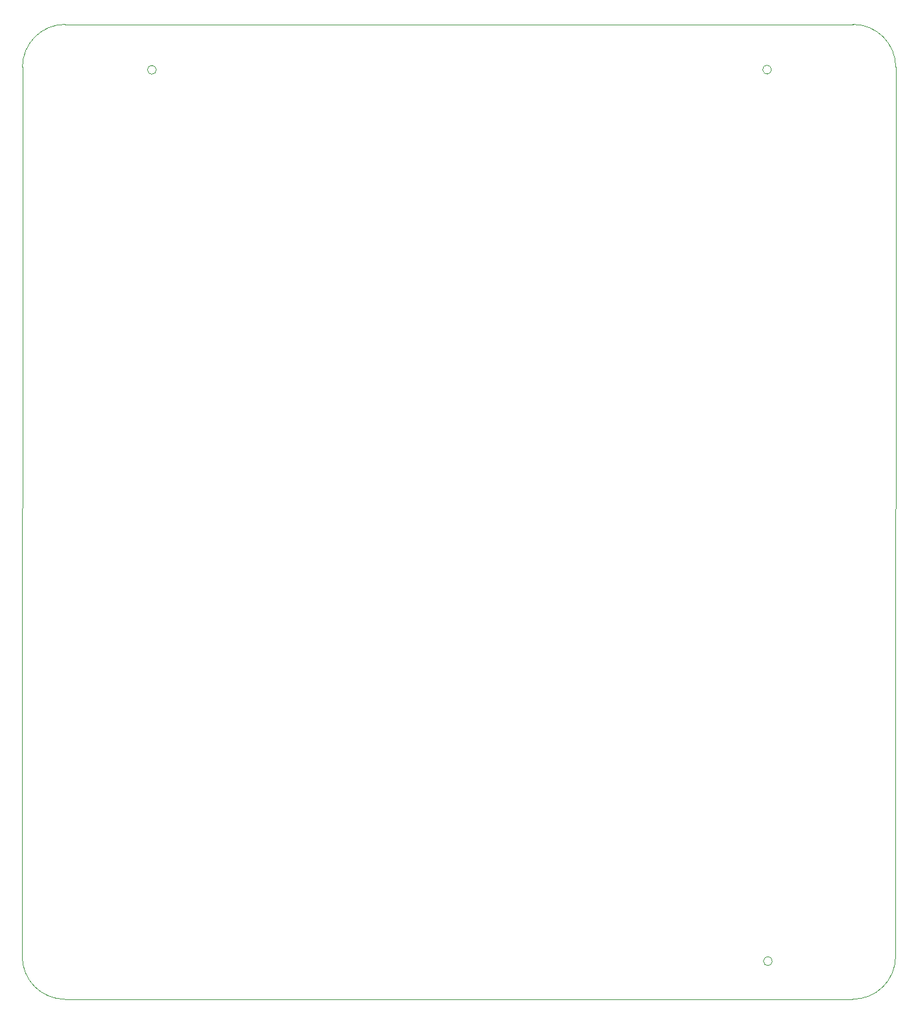
<source format=gbr>
%TF.GenerationSoftware,KiCad,Pcbnew,8.0.5*%
%TF.CreationDate,2024-11-23T22:59:17+07:00*%
%TF.ProjectId,Audio Processor V4,41756469-6f20-4507-926f-636573736f72,rev?*%
%TF.SameCoordinates,Original*%
%TF.FileFunction,Profile,NP*%
%FSLAX46Y46*%
G04 Gerber Fmt 4.6, Leading zero omitted, Abs format (unit mm)*
G04 Created by KiCad (PCBNEW 8.0.5) date 2024-11-23 22:59:17*
%MOMM*%
%LPD*%
G01*
G04 APERTURE LIST*
%TA.AperFunction,Profile*%
%ADD10C,0.050000*%
%TD*%
%TA.AperFunction,Profile*%
%ADD11C,0.100000*%
%TD*%
G04 APERTURE END LIST*
D10*
X146029562Y-186445000D02*
G75*
G02*
X144877562Y-186445000I-576000J0D01*
G01*
X144877562Y-186445000D02*
G75*
G02*
X146029562Y-186445000I576000J0D01*
G01*
X145919581Y-70060000D02*
G75*
G02*
X144767581Y-70060000I-576000J0D01*
G01*
X144767581Y-70060000D02*
G75*
G02*
X145919581Y-70060000I576000J0D01*
G01*
X65585581Y-70080000D02*
G75*
G02*
X64433581Y-70080000I-576000J0D01*
G01*
X64433581Y-70080000D02*
G75*
G02*
X65585581Y-70080000I576000J0D01*
G01*
D11*
X162129396Y-185894775D02*
G75*
G02*
X156529562Y-191420062I-5574896J49775D01*
G01*
X156579581Y-64145000D02*
G75*
G02*
X162154600Y-69720000I19J-5575000D01*
G01*
X156579581Y-64145000D02*
X53665026Y-64145000D01*
X162154581Y-69720000D02*
X162129396Y-185894775D01*
X48104563Y-69718745D02*
X48079619Y-185820112D01*
X53654562Y-191419999D02*
G75*
G02*
X48079657Y-185820112I38J5574999D01*
G01*
X48104563Y-69718745D02*
G75*
G02*
X53665026Y-64144982I5575037J-1255D01*
G01*
X156529562Y-191420000D02*
X53654562Y-191419999D01*
M02*

</source>
